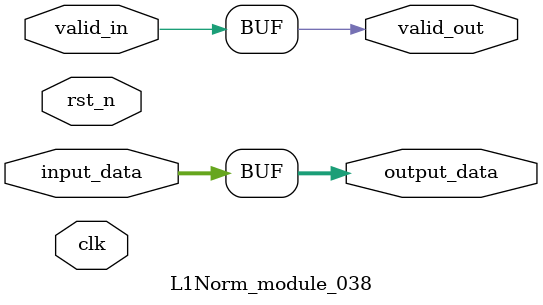
<source format=v>

module L1Norm_module_038 (
    input clk,
    input rst_n,
    input valid_in,
    output valid_out,
    // Add specific ports based on operator type
    input [31:0] input_data,
    output [31:0] output_data
);

    // Module implementation would go here
    // This is a template - actual implementation depends on the operator
    
        // Generic operator implementation
    assign output_data = input_data; // Placeholder
    assign valid_out = valid_in;

endmodule

</source>
